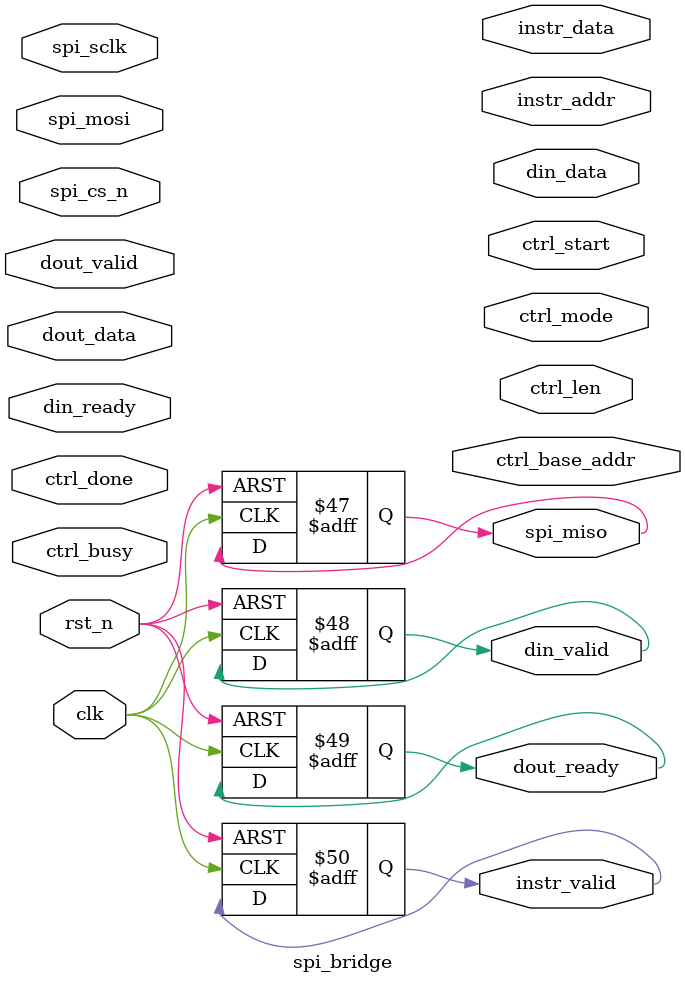
<source format=sv>
`timescale 1ns / 1ps

module spi_bridge (
    input  logic        clk,
    input  logic        rst_n,

    // SPI Interface (to IO pins)
    input  logic        spi_sclk,
    input  logic        spi_cs_n,
    input  logic        spi_mosi,
    output logic        spi_miso,

    // Internal Control Interface
    output logic [2:0]  ctrl_mode,
    output logic [12:0] ctrl_base_addr,
    output logic [31:0] ctrl_len,
    output logic        ctrl_start,
    input  logic        ctrl_busy,
    input  logic        ctrl_done,

    // FIFO / Stream Interface
    output logic        din_valid,
    input  logic        din_ready,
    output logic [63:0] din_data,

    input  logic        dout_valid,
    output logic        dout_ready,
    input  logic [31:0] dout_data,

    output logic        instr_valid,
    output logic [7:0]  instr_addr,
    output logic [63:0] instr_data
);

    // States
    typedef enum logic [3:0] {
        IDLE,
        GET_OPCODE,
        GET_ADDR,
        GET_LEN,
        CMD_DISPATCH,
        XFER_WRITE,
        XFER_READ,
        XFER_STATUS
    } state_t;

    state_t state;
    logic [7:0]  opcode;
    logic [7:0]  shift_reg_in;
    logic [31:0] shift_reg_out;
    logic [2:0]  bit_cnt;
    logic [5:0]  byte_cnt; // simplified counter

    // SPI Over-sampling / edge detection (assuming clk >> spi_sclk)
    // Or assuming spi_sclk is used as capture clock? 
    // For robust design on simplified IO, we'll sync spi_sclk to sys_clk.
    
    logic sclk_r, sclk_rr, sclk_rise, sclk_fall;
    logic csn_r,  csn_rr;
    logic mosi_r, mosi_rr;

    always_ff @(posedge clk or negedge rst_n) begin
        if (!rst_n) begin
            sclk_r <= 0; sclk_rr <= 0;
            csn_r  <= 1; csn_rr  <= 1; // Default high
            mosi_r <= 0; mosi_rr <= 0;
        end else begin
            sclk_r <= spi_sclk; sclk_rr <= sclk_r;
            csn_r  <= spi_cs_n; csn_rr  <= csn_r;
            mosi_r <= spi_mosi; mosi_rr <= mosi_r;
        end
    end

    assign sclk_rise = (sclk_r && !sclk_rr);
    assign sclk_fall = (!sclk_r && sclk_rr);
    wire   cs_active = !csn_rr;

    // Implementation logic...
    // (Skeleton for now to fit in tool output, will expand in next step or fill here)
    // For brevity, let's implement the basic state machine structure.

    always_ff @(posedge clk or negedge rst_n) begin
        if (!rst_n) begin
            state <= IDLE;
            bit_cnt <= 0;
            opcode <= 0;
            spi_miso <= 0;
            din_valid <= 0;
            dout_ready <= 0;
            instr_valid <= 0;
            // defaults
        end else if (!cs_active) begin
            state <= IDLE;
            bit_cnt <= 0;
        end else begin
            // SPI Shift In (MOSI) on Rising Edge
            if (sclk_rise) begin
                shift_reg_in <= {shift_reg_in[6:0], mosi_rr};
                bit_cnt <= bit_cnt + 1;
            end
            
            // FSM
            case (state)
                IDLE: begin
                    if (cs_active) state <= GET_OPCODE;
                end
                
                GET_OPCODE: begin
                    if (bit_cnt == 0 && sclk_rise) begin
                        // bit 0 captured
                    end
                    if (bit_cnt == 3'd7 && sclk_fall) begin // Byte done
                        opcode <= {shift_reg_in[6:0], mosi_rr}; // Capture last bit logic
                        state <= CMD_DISPATCH;
                        bit_cnt <= 0;
                    end
                end
                
                // ... More states needed for full impl
            endcase
        end
    end

endmodule

</source>
